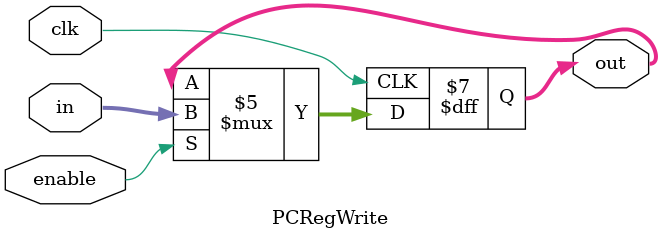
<source format=v>
module PCRegWrite(clk,in,out,enable);
input [31:0] in;
input clk,enable;
output reg [31:0] out;

initial 
    begin
        out=32'b0;
    end


always @(posedge clk) 
    begin
        if(enable==1'b1)
            out=in;
   end
endmodule
</source>
